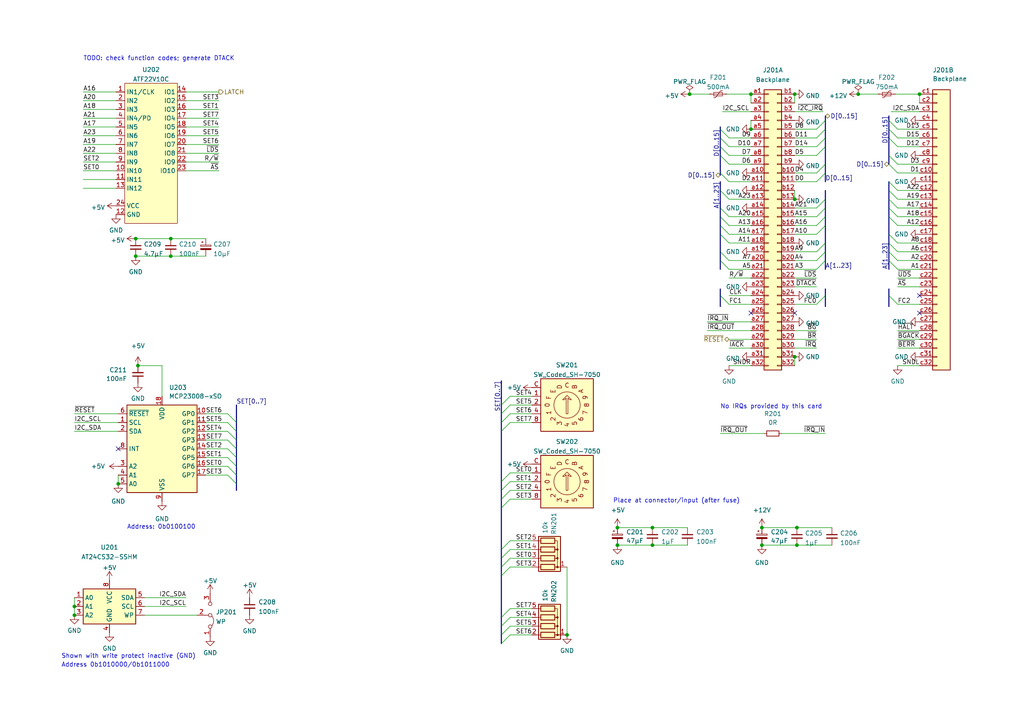
<source format=kicad_sch>
(kicad_sch (version 20211123) (generator eeschema)
  (paper "A4")
  (junction (at 217.805 27.305))
  (junction (at 231.14 153.035))
  (junction (at 189.23 158.115))
  (junction (at 200.025 27.305))
  (junction (at 248.92 27.305))
  (junction (at 179.07 158.115))
  (junction (at 21.59 175.895))
  (junction (at 40.005 106.045))
  (junction (at 230.505 27.305))
  (junction (at 231.14 158.115))
  (junction (at 220.98 158.115))
  (junction (at 179.07 153.035))
  (junction (at 34.29 140.335))
  (junction (at 39.37 69.215))
  (junction (at 220.98 153.035))
  (junction (at 21.59 178.435))
  (junction (at 230.505 57.785))
  (junction (at 39.37 74.295))
  (junction (at 164.465 184.15))
  (junction (at 217.805 37.465))
  (junction (at 266.7 27.305))
  (junction (at 189.23 153.035))
  (junction (at 49.53 74.295))
  (junction (at 230.505 103.505))
  (junction (at 49.53 69.215))
  (no_connect (at 266.7 90.805))
  (no_connect (at 266.7 85.725))
  (no_connect (at 217.805 90.805))
  (no_connect (at 230.505 90.805))
  (no_connect (at 34.29 130.175))
  (bus_entry (at 147.955 164.465) (size -2.54 2.54))
  (bus_entry (at 236.855 78.105) (size 2.54 -2.54))
  (bus_entry (at 208.915 37.465) (size 2.54 2.54))
  (bus_entry (at 208.915 67.945) (size 2.54 2.54))
  (bus_entry (at 239.395 85.725) (size -2.54 2.54))
  (bus_entry (at 236.855 65.405) (size 2.54 -2.54))
  (bus_entry (at 236.855 75.565) (size 2.54 -2.54))
  (bus_entry (at 236.855 40.005) (size 2.54 -2.54))
  (bus_entry (at 66.04 127.635) (size 2.54 2.54))
  (bus_entry (at 147.955 114.935) (size -2.54 2.54))
  (bus_entry (at 147.955 181.61) (size -2.54 2.54))
  (bus_entry (at 208.915 42.545) (size 2.54 2.54))
  (bus_entry (at 257.81 34.925) (size 2.54 2.54))
  (bus_entry (at 147.955 142.24) (size -2.54 2.54))
  (bus_entry (at 257.81 60.325) (size 2.54 2.54))
  (bus_entry (at 208.915 45.085) (size 2.54 2.54))
  (bus_entry (at 208.915 55.245) (size 2.54 2.54))
  (bus_entry (at 208.915 73.025) (size 2.54 2.54))
  (bus_entry (at 257.81 45.085) (size 2.54 2.54))
  (bus_entry (at 236.855 60.325) (size 2.54 -2.54))
  (bus_entry (at 147.955 117.475) (size -2.54 2.54))
  (bus_entry (at 66.04 135.255) (size 2.54 2.54))
  (bus_entry (at 257.81 62.865) (size 2.54 2.54))
  (bus_entry (at 208.915 50.165) (size 2.54 2.54))
  (bus_entry (at 257.81 57.785) (size 2.54 2.54))
  (bus_entry (at 257.81 73.025) (size 2.54 2.54))
  (bus_entry (at 236.855 67.945) (size 2.54 -2.54))
  (bus_entry (at 236.855 52.705) (size 2.54 -2.54))
  (bus_entry (at 208.915 40.005) (size 2.54 2.54))
  (bus_entry (at 208.915 85.725) (size 2.54 2.54))
  (bus_entry (at 257.81 37.465) (size 2.54 2.54))
  (bus_entry (at 147.955 137.16) (size -2.54 2.54))
  (bus_entry (at 236.855 50.165) (size 2.54 -2.54))
  (bus_entry (at 257.81 52.705) (size 2.54 2.54))
  (bus_entry (at 208.915 75.565) (size 2.54 2.54))
  (bus_entry (at 208.915 62.865) (size 2.54 2.54))
  (bus_entry (at 236.855 45.085) (size 2.54 -2.54))
  (bus_entry (at 236.855 42.545) (size 2.54 -2.54))
  (bus_entry (at 147.955 144.78) (size -2.54 2.54))
  (bus_entry (at 66.04 130.175) (size 2.54 2.54))
  (bus_entry (at 147.955 120.015) (size -2.54 2.54))
  (bus_entry (at 236.855 73.025) (size 2.54 -2.54))
  (bus_entry (at 257.81 47.625) (size 2.54 2.54))
  (bus_entry (at 66.04 137.795) (size 2.54 2.54))
  (bus_entry (at 236.855 62.865) (size 2.54 -2.54))
  (bus_entry (at 66.04 132.715) (size 2.54 2.54))
  (bus_entry (at 147.955 139.7) (size -2.54 2.54))
  (bus_entry (at 257.81 55.245) (size 2.54 2.54))
  (bus_entry (at 147.955 184.15) (size -2.54 2.54))
  (bus_entry (at 257.81 40.005) (size 2.54 2.54))
  (bus_entry (at 257.81 75.565) (size 2.54 2.54))
  (bus_entry (at 236.855 37.465) (size 2.54 -2.54))
  (bus_entry (at 147.955 176.53) (size -2.54 2.54))
  (bus_entry (at 66.04 125.095) (size 2.54 2.54))
  (bus_entry (at 208.915 65.405) (size 2.54 2.54))
  (bus_entry (at 257.81 85.725) (size 2.54 2.54))
  (bus_entry (at 147.955 179.07) (size -2.54 2.54))
  (bus_entry (at 147.955 161.925) (size -2.54 2.54))
  (bus_entry (at 147.955 159.385) (size -2.54 2.54))
  (bus_entry (at 208.915 60.325) (size 2.54 2.54))
  (bus_entry (at 147.955 156.845) (size -2.54 2.54))
  (bus_entry (at 66.04 122.555) (size 2.54 2.54))
  (bus_entry (at 257.81 70.485) (size 2.54 2.54))
  (bus_entry (at 147.955 122.555) (size -2.54 2.54))
  (bus_entry (at 257.81 67.945) (size 2.54 2.54))
  (bus_entry (at 66.04 120.015) (size 2.54 2.54))
  (wire (pts (xy 21.59 120.015) (xy 34.29 120.015)))
  (bus (pts (xy 208.915 52.705) (xy 208.915 55.245)))
  (wire (pts (xy 21.59 125.095) (xy 34.29 125.095)))
  (bus (pts (xy 257.81 33.655) (xy 257.81 34.925)))
  (wire (pts (xy 211.455 40.005) (xy 217.805 40.005)))
  (wire (pts (xy 230.505 88.265) (xy 236.855 88.265)))
  (bus (pts (xy 145.415 184.15) (xy 145.415 186.69)))
  (wire (pts (xy 230.505 67.945) (xy 236.855 67.945)))
  (wire (pts (xy 59.69 130.175) (xy 66.04 130.175)))
  (bus (pts (xy 208.915 65.405) (xy 208.915 67.945)))
  (wire (pts (xy 230.505 103.505) (xy 230.505 106.045)))
  (wire (pts (xy 24.13 41.91) (xy 33.655 41.91)))
  (wire (pts (xy 49.53 69.215) (xy 59.69 69.215)))
  (wire (pts (xy 260.35 60.325) (xy 266.7 60.325)))
  (bus (pts (xy 145.415 120.015) (xy 145.415 122.555)))
  (bus (pts (xy 239.395 62.865) (xy 239.395 65.405)))
  (wire (pts (xy 53.975 49.53) (xy 63.5 49.53)))
  (bus (pts (xy 68.58 127.635) (xy 68.58 130.175)))
  (bus (pts (xy 208.915 42.545) (xy 208.915 45.085)))
  (wire (pts (xy 53.975 34.29) (xy 63.5 34.29)))
  (wire (pts (xy 211.455 52.705) (xy 217.805 52.705)))
  (bus (pts (xy 208.915 36.83) (xy 208.915 37.465)))
  (wire (pts (xy 230.505 40.005) (xy 236.855 40.005)))
  (wire (pts (xy 230.505 75.565) (xy 236.855 75.565)))
  (bus (pts (xy 145.415 167.005) (xy 145.415 179.07)))
  (wire (pts (xy 41.91 178.435) (xy 57.15 178.435)))
  (bus (pts (xy 257.81 62.865) (xy 257.81 67.945)))
  (bus (pts (xy 208.915 85.725) (xy 208.915 88.9)))
  (bus (pts (xy 68.58 135.255) (xy 68.58 137.795)))
  (wire (pts (xy 230.505 50.165) (xy 236.855 50.165)))
  (bus (pts (xy 145.415 110.49) (xy 145.415 117.475)))
  (bus (pts (xy 239.395 65.405) (xy 239.395 70.485)))
  (bus (pts (xy 145.415 117.475) (xy 145.415 120.015)))
  (wire (pts (xy 260.35 75.565) (xy 266.7 75.565)))
  (wire (pts (xy 211.455 75.565) (xy 217.805 75.565)))
  (bus (pts (xy 257.81 52.705) (xy 257.81 55.245)))
  (wire (pts (xy 164.465 164.465) (xy 164.465 184.15)))
  (bus (pts (xy 208.915 60.325) (xy 208.915 62.865)))
  (bus (pts (xy 145.415 159.385) (xy 145.415 161.925)))
  (wire (pts (xy 230.505 78.105) (xy 236.855 78.105)))
  (wire (pts (xy 260.35 80.645) (xy 266.7 80.645)))
  (wire (pts (xy 59.69 127.635) (xy 66.04 127.635)))
  (bus (pts (xy 239.395 85.725) (xy 239.395 88.9)))
  (wire (pts (xy 179.07 153.035) (xy 189.23 153.035)))
  (wire (pts (xy 41.91 175.895) (xy 53.975 175.895)))
  (bus (pts (xy 208.915 40.005) (xy 208.915 42.545)))
  (bus (pts (xy 68.58 122.555) (xy 68.58 125.095)))
  (wire (pts (xy 154.305 181.61) (xy 147.955 181.61)))
  (bus (pts (xy 257.81 57.785) (xy 257.81 60.325)))
  (wire (pts (xy 24.13 31.75) (xy 33.655 31.75)))
  (bus (pts (xy 208.915 50.165) (xy 208.915 50.8)))
  (wire (pts (xy 211.455 85.725) (xy 217.805 85.725)))
  (wire (pts (xy 236.855 98.425) (xy 230.505 98.425)))
  (wire (pts (xy 24.13 36.83) (xy 33.655 36.83)))
  (wire (pts (xy 209.55 32.385) (xy 217.805 32.385)))
  (wire (pts (xy 260.35 106.045) (xy 266.7 106.045)))
  (bus (pts (xy 208.915 75.565) (xy 208.915 78.105)))
  (wire (pts (xy 231.14 158.115) (xy 241.3 158.115)))
  (wire (pts (xy 217.805 98.425) (xy 211.455 98.425)))
  (wire (pts (xy 154.305 144.78) (xy 147.955 144.78)))
  (wire (pts (xy 211.455 65.405) (xy 217.805 65.405)))
  (wire (pts (xy 260.35 57.785) (xy 266.7 57.785)))
  (bus (pts (xy 257.81 83.82) (xy 257.81 85.725)))
  (bus (pts (xy 208.915 83.82) (xy 208.915 85.725)))
  (wire (pts (xy 217.805 34.925) (xy 217.805 37.465)))
  (wire (pts (xy 217.805 27.305) (xy 217.805 29.845)))
  (wire (pts (xy 154.305 117.475) (xy 147.955 117.475)))
  (bus (pts (xy 208.915 67.945) (xy 208.915 73.025)))
  (wire (pts (xy 211.455 106.045) (xy 217.805 106.045)))
  (wire (pts (xy 260.35 65.405) (xy 266.7 65.405)))
  (wire (pts (xy 260.35 47.625) (xy 266.7 47.625)))
  (wire (pts (xy 248.92 27.305) (xy 254.635 27.305)))
  (wire (pts (xy 236.855 100.965) (xy 230.505 100.965)))
  (bus (pts (xy 239.395 40.005) (xy 239.395 42.545)))
  (bus (pts (xy 68.58 140.335) (xy 68.58 142.24)))
  (wire (pts (xy 230.505 42.545) (xy 236.855 42.545)))
  (wire (pts (xy 154.305 184.15) (xy 147.955 184.15)))
  (wire (pts (xy 53.975 36.83) (xy 63.5 36.83)))
  (wire (pts (xy 39.37 74.295) (xy 49.53 74.295)))
  (bus (pts (xy 239.395 70.485) (xy 239.395 73.025)))
  (bus (pts (xy 257.81 67.945) (xy 257.81 70.485)))
  (wire (pts (xy 24.13 39.37) (xy 33.655 39.37)))
  (wire (pts (xy 53.975 39.37) (xy 63.5 39.37)))
  (wire (pts (xy 154.305 142.24) (xy 147.955 142.24)))
  (wire (pts (xy 260.35 70.485) (xy 266.7 70.485)))
  (bus (pts (xy 145.415 147.32) (xy 145.415 159.385)))
  (wire (pts (xy 208.915 125.73) (xy 221.615 125.73)))
  (wire (pts (xy 211.455 45.085) (xy 217.805 45.085)))
  (bus (pts (xy 239.395 34.925) (xy 239.395 37.465)))
  (wire (pts (xy 24.13 54.61) (xy 33.655 54.61)))
  (wire (pts (xy 230.505 45.085) (xy 236.855 45.085)))
  (wire (pts (xy 230.505 52.705) (xy 236.855 52.705)))
  (bus (pts (xy 239.395 33.655) (xy 239.395 34.925)))
  (wire (pts (xy 211.455 67.945) (xy 217.805 67.945)))
  (wire (pts (xy 230.505 62.865) (xy 236.855 62.865)))
  (wire (pts (xy 266.7 95.885) (xy 260.35 95.885)))
  (bus (pts (xy 208.915 55.245) (xy 208.915 60.325)))
  (bus (pts (xy 68.58 137.795) (xy 68.58 140.335)))
  (wire (pts (xy 24.13 49.53) (xy 33.655 49.53)))
  (wire (pts (xy 21.59 173.355) (xy 21.59 175.895)))
  (wire (pts (xy 59.69 137.795) (xy 66.04 137.795)))
  (wire (pts (xy 24.13 52.07) (xy 33.655 52.07)))
  (wire (pts (xy 154.305 176.53) (xy 147.955 176.53)))
  (wire (pts (xy 260.35 83.185) (xy 266.7 83.185)))
  (bus (pts (xy 257.81 60.325) (xy 257.81 62.865)))
  (bus (pts (xy 68.58 122.555) (xy 68.58 117.475)))
  (wire (pts (xy 260.35 50.165) (xy 266.7 50.165)))
  (wire (pts (xy 49.53 74.295) (xy 59.69 74.295)))
  (bus (pts (xy 145.415 161.925) (xy 145.415 164.465)))
  (bus (pts (xy 208.915 73.025) (xy 208.915 75.565)))
  (wire (pts (xy 230.505 32.385) (xy 238.76 32.385)))
  (wire (pts (xy 53.975 46.99) (xy 63.5 46.99)))
  (wire (pts (xy 211.455 88.265) (xy 217.805 88.265)))
  (wire (pts (xy 210.82 27.305) (xy 217.805 27.305)))
  (bus (pts (xy 239.395 37.465) (xy 239.395 40.005)))
  (wire (pts (xy 24.13 29.21) (xy 33.655 29.21)))
  (wire (pts (xy 53.975 26.67) (xy 63.5 26.67)))
  (bus (pts (xy 257.81 34.925) (xy 257.81 37.465)))
  (wire (pts (xy 59.69 122.555) (xy 66.04 122.555)))
  (wire (pts (xy 211.455 70.485) (xy 217.805 70.485)))
  (wire (pts (xy 260.35 73.025) (xy 266.7 73.025)))
  (bus (pts (xy 68.58 130.175) (xy 68.58 132.715)))
  (wire (pts (xy 211.455 42.545) (xy 217.805 42.545)))
  (bus (pts (xy 239.395 55.245) (xy 239.395 57.785)))
  (wire (pts (xy 211.455 78.105) (xy 217.805 78.105)))
  (bus (pts (xy 239.395 50.165) (xy 239.395 52.705)))
  (wire (pts (xy 230.505 37.465) (xy 236.855 37.465)))
  (wire (pts (xy 260.35 88.265) (xy 266.7 88.265)))
  (wire (pts (xy 39.37 69.215) (xy 49.53 69.215)))
  (wire (pts (xy 53.975 41.91) (xy 63.5 41.91)))
  (bus (pts (xy 145.415 181.61) (xy 145.415 184.15)))
  (wire (pts (xy 220.98 153.035) (xy 231.14 153.035)))
  (wire (pts (xy 59.69 125.095) (xy 66.04 125.095)))
  (bus (pts (xy 208.915 45.085) (xy 208.915 50.165)))
  (wire (pts (xy 154.305 159.385) (xy 147.955 159.385)))
  (bus (pts (xy 145.415 122.555) (xy 145.415 125.095)))
  (wire (pts (xy 260.35 98.425) (xy 266.7 98.425)))
  (wire (pts (xy 260.35 40.005) (xy 266.7 40.005)))
  (bus (pts (xy 257.81 40.005) (xy 257.81 45.085)))
  (wire (pts (xy 230.505 65.405) (xy 236.855 65.405)))
  (wire (pts (xy 154.305 122.555) (xy 147.955 122.555)))
  (wire (pts (xy 211.455 80.645) (xy 217.805 80.645)))
  (wire (pts (xy 230.505 27.305) (xy 230.505 29.845)))
  (bus (pts (xy 257.81 73.025) (xy 257.81 75.565)))
  (bus (pts (xy 208.915 37.465) (xy 208.915 40.005)))
  (wire (pts (xy 34.29 137.795) (xy 34.29 140.335)))
  (wire (pts (xy 211.455 47.625) (xy 217.805 47.625)))
  (wire (pts (xy 189.23 153.035) (xy 199.39 153.035)))
  (wire (pts (xy 21.59 122.555) (xy 34.29 122.555)))
  (wire (pts (xy 24.13 26.67) (xy 33.655 26.67)))
  (wire (pts (xy 154.305 179.07) (xy 147.955 179.07)))
  (wire (pts (xy 59.69 132.715) (xy 66.04 132.715)))
  (wire (pts (xy 266.7 27.305) (xy 266.7 29.845)))
  (bus (pts (xy 239.395 42.545) (xy 239.395 47.625)))
  (wire (pts (xy 154.305 161.925) (xy 147.955 161.925)))
  (wire (pts (xy 189.23 158.115) (xy 199.39 158.115)))
  (wire (pts (xy 260.35 55.245) (xy 266.7 55.245)))
  (wire (pts (xy 154.305 164.465) (xy 147.955 164.465)))
  (bus (pts (xy 257.81 85.725) (xy 257.81 88.9)))
  (wire (pts (xy 211.455 57.785) (xy 217.805 57.785)))
  (wire (pts (xy 231.14 153.035) (xy 241.3 153.035)))
  (wire (pts (xy 230.505 60.325) (xy 236.855 60.325)))
  (wire (pts (xy 154.305 114.935) (xy 147.955 114.935)))
  (wire (pts (xy 154.305 139.7) (xy 147.955 139.7)))
  (bus (pts (xy 239.395 73.025) (xy 239.395 75.565)))
  (wire (pts (xy 154.305 156.845) (xy 147.955 156.845)))
  (wire (pts (xy 211.455 100.965) (xy 217.805 100.965)))
  (wire (pts (xy 205.105 93.345) (xy 217.805 93.345)))
  (bus (pts (xy 208.915 62.865) (xy 208.915 65.405)))
  (wire (pts (xy 53.975 29.21) (xy 63.5 29.21)))
  (wire (pts (xy 260.35 42.545) (xy 266.7 42.545)))
  (wire (pts (xy 205.105 95.885) (xy 217.805 95.885)))
  (bus (pts (xy 257.81 55.245) (xy 257.81 57.785)))
  (bus (pts (xy 257.81 45.085) (xy 257.81 47.625)))
  (bus (pts (xy 239.395 57.785) (xy 239.395 60.325)))
  (wire (pts (xy 236.855 83.185) (xy 230.505 83.185)))
  (bus (pts (xy 257.81 75.565) (xy 257.81 78.105)))
  (bus (pts (xy 239.395 83.82) (xy 239.395 85.725)))
  (wire (pts (xy 53.975 31.75) (xy 63.5 31.75)))
  (wire (pts (xy 258.445 32.385) (xy 266.7 32.385)))
  (wire (pts (xy 24.13 44.45) (xy 33.655 44.45)))
  (bus (pts (xy 145.415 125.095) (xy 145.415 139.7)))
  (wire (pts (xy 59.69 135.255) (xy 66.04 135.255)))
  (wire (pts (xy 259.715 27.305) (xy 266.7 27.305)))
  (wire (pts (xy 179.07 158.115) (xy 189.23 158.115)))
  (wire (pts (xy 200.025 27.305) (xy 205.74 27.305)))
  (wire (pts (xy 230.505 73.025) (xy 236.855 73.025)))
  (wire (pts (xy 53.975 44.45) (xy 63.5 44.45)))
  (wire (pts (xy 21.59 175.895) (xy 21.59 178.435)))
  (bus (pts (xy 145.415 144.78) (xy 145.415 147.32)))
  (bus (pts (xy 239.395 60.325) (xy 239.395 62.865)))
  (wire (pts (xy 211.455 62.865) (xy 217.805 62.865)))
  (bus (pts (xy 145.415 142.24) (xy 145.415 144.78)))
  (wire (pts (xy 220.98 158.115) (xy 231.14 158.115)))
  (wire (pts (xy 230.505 95.885) (xy 236.855 95.885)))
  (wire (pts (xy 46.99 106.045) (xy 40.005 106.045)))
  (bus (pts (xy 257.81 70.485) (xy 257.81 73.025)))
  (bus (pts (xy 68.58 125.095) (xy 68.58 127.635)))
  (wire (pts (xy 59.69 120.015) (xy 66.04 120.015)))
  (wire (pts (xy 239.395 125.73) (xy 226.695 125.73)))
  (wire (pts (xy 236.855 80.645) (xy 230.505 80.645)))
  (wire (pts (xy 260.35 78.105) (xy 266.7 78.105)))
  (bus (pts (xy 257.81 37.465) (xy 257.81 40.005)))
  (wire (pts (xy 154.305 120.015) (xy 147.955 120.015)))
  (wire (pts (xy 154.305 137.16) (xy 147.955 137.16)))
  (wire (pts (xy 260.35 37.465) (xy 266.7 37.465)))
  (wire (pts (xy 41.91 173.355) (xy 53.975 173.355)))
  (bus (pts (xy 145.415 164.465) (xy 145.415 167.005)))
  (bus (pts (xy 145.415 179.07) (xy 145.415 181.61)))
  (wire (pts (xy 266.7 100.965) (xy 260.35 100.965)))
  (wire (pts (xy 260.35 62.865) (xy 266.7 62.865)))
  (wire (pts (xy 24.13 34.29) (xy 33.655 34.29)))
  (bus (pts (xy 239.395 75.565) (xy 239.395 78.105)))
  (wire (pts (xy 24.13 46.99) (xy 33.655 46.99)))
  (bus (pts (xy 239.395 47.625) (xy 239.395 50.165)))
  (wire (pts (xy 46.99 106.045) (xy 46.99 114.935)))
  (bus (pts (xy 145.415 139.7) (xy 145.415 142.24)))
  (bus (pts (xy 68.58 132.715) (xy 68.58 135.255)))
  (wire (pts (xy 230.505 55.245) (xy 230.505 57.785)))
  (text "Shown with write protect inactive (GND)" (at 17.78 191.135 0) (effects (font (size 1.27 1.27)) (justify left bottom)))
  (text "Place at connector/input (after fuse)" (at 177.8 146.05 0) (effects (font (size 1.27 1.27)) (justify left bottom)))
  (text "No IRQs provided by this card" (at 208.915 118.745 0) (effects (font (size 1.27 1.27)) (justify left bottom)))
  (text "Address 0b1010000/0b1011000" (at 17.78 193.675 0) (effects (font (size 1.27 1.27)) (justify left bottom)))
  (text "TODO: check function codes; generate DTACK" (at 24.13 17.78 0) (effects (font (size 1.27 1.27)) (justify left bottom)))
  (text "Address: 0b0100100" (at 36.83 153.67 0) (effects (font (size 1.27 1.27)) (justify left bottom)))
  (label "A14" (at 217.805 67.945 180))
  (label "I2C_SCL" (at 209.55 32.385 0))
  (label "D3" (at 266.7 47.625 180))
  (label "SET3" (at 154.305 164.465 180))
  (label "A22" (at 266.7 55.245 180))
  (label "SET1" (at 59.69 132.715 0))
  (label "FC2" (at 260.35 88.265 0))
  (label "A15" (at 230.505 62.865 0))
  (label "A6" (at 266.7 73.025 180))
  (label "D7" (at 217.805 45.085 180))
  (label "A4" (at 230.505 75.565 0))
  (label "D[0..15]" (at 257.81 33.655 270))
  (label "D5" (at 230.505 45.085 0))
  (label "FC1" (at 211.455 88.265 0))
  (label "~{I2C_IRQ}" (at 238.76 32.385 180))
  (label "A23" (at 217.805 57.785 180))
  (label "D9" (at 217.805 40.005 180))
  (label "CLK" (at 211.455 85.725 0))
  (label "SET6" (at 154.305 120.015 180))
  (label "A21" (at 230.505 60.325 0))
  (label "A5" (at 217.805 78.105 180))
  (label "~{LDS}" (at 236.855 80.645 180))
  (label "SET5" (at 154.305 117.475 180))
  (label "A20" (at 24.13 29.21 0))
  (label "SET5" (at 154.305 181.61 180))
  (label "SET2" (at 154.305 142.24 180))
  (label "A21" (at 24.13 34.29 0))
  (label "A10" (at 230.505 67.945 0))
  (label "~{IRQ_OUT}" (at 208.915 125.73 0))
  (label "SET4" (at 154.305 179.07 180))
  (label "SET2" (at 154.305 156.845 180))
  (label "D[0..15]" (at 208.915 37.465 270))
  (label "SET2" (at 24.13 46.99 0))
  (label "D11" (at 230.505 40.005 0))
  (label "SET4" (at 63.5 36.83 180))
  (label "~{UDS}" (at 260.35 80.645 0))
  (label "SET3" (at 63.5 29.21 180))
  (label "SET[0..7]" (at 68.58 117.475 0))
  (label "I2C_SDA" (at 21.59 125.095 0))
  (label "D14" (at 230.505 42.545 0))
  (label "SET6" (at 63.5 41.91 180))
  (label "SET2" (at 59.69 130.175 0))
  (label "SET5" (at 59.69 122.555 0))
  (label "~{IRQ}" (at 236.855 100.965 180))
  (label "I2C_SCL" (at 21.59 122.555 0))
  (label "SET3" (at 59.69 137.795 0))
  (label "A18" (at 266.7 62.865 180))
  (label "R{slash}~{W}" (at 211.455 80.645 0))
  (label "D10" (at 217.805 42.545 180))
  (label "D8" (at 230.505 37.465 0))
  (label "~{IACK}" (at 211.455 100.965 0))
  (label "SET6" (at 154.305 184.15 180))
  (label "SET1" (at 154.305 159.385 180))
  (label "A17" (at 24.13 36.83 0))
  (label "~{BR}" (at 236.855 98.425 180))
  (label "D15" (at 266.7 40.005 180))
  (label "~{BG}" (at 236.855 95.885 180))
  (label "~{LDS}" (at 63.5 44.45 180))
  (label "A17" (at 266.7 60.325 180))
  (label "D[0..15]" (at 239.395 52.705 0))
  (label "A[1..23]" (at 257.81 78.105 90))
  (label "SET0" (at 154.305 161.925 180))
  (label "D13" (at 266.7 37.465 180))
  (label "SET4" (at 154.305 114.935 180))
  (label "A7" (at 217.805 75.565 180))
  (label "SET0" (at 59.69 135.255 0))
  (label "~{RESET}" (at 21.59 120.015 0))
  (label "A9" (at 230.505 73.025 0))
  (label "~{DTACK}" (at 236.855 83.185 180))
  (label "D6" (at 217.805 47.625 180))
  (label "A20" (at 217.805 62.865 180))
  (label "I2C_SDA" (at 266.7 32.385 180))
  (label "SET6" (at 59.69 120.015 0))
  (label "A19" (at 266.7 57.785 180))
  (label "A12" (at 266.7 65.405 180))
  (label "A8" (at 266.7 70.485 180))
  (label "SET0" (at 24.13 49.53 0))
  (label "D12" (at 266.7 42.545 180))
  (label "SET3" (at 154.305 144.78 180))
  (label "SET7" (at 154.305 122.555 180))
  (label "SET1" (at 63.5 31.75 180))
  (label "D1" (at 266.7 50.165 180))
  (label "D0" (at 230.505 52.705 0))
  (label "A[1..23]" (at 208.915 52.705 270))
  (label "SET4" (at 59.69 125.095 0))
  (label "A[1..23]" (at 239.395 78.105 0))
  (label "~{HALT}" (at 260.35 95.885 0))
  (label "~{IRQ_IN}" (at 205.105 93.345 0))
  (label "I2C_SDA" (at 53.975 173.355 180))
  (label "~{BGACK}" (at 260.35 98.425 0))
  (label "D2" (at 217.805 52.705 180))
  (label "A22" (at 24.13 44.45 0))
  (label "SET7" (at 63.5 34.29 180))
  (label "A18" (at 24.13 31.75 0))
  (label "SET7" (at 59.69 127.635 0))
  (label "~{AS}" (at 260.35 83.185 0))
  (label "SNDR" (at 217.805 106.045 180))
  (label "SET[0..7]" (at 145.415 110.49 270))
  (label "~{IRQ_IN}" (at 239.395 125.73 180))
  (label "SNDL" (at 266.7 106.045 180))
  (label "SET0" (at 154.305 137.16 180))
  (label "I2C_SCL" (at 53.975 175.895 180))
  (label "A3" (at 230.505 78.105 0))
  (label "SET7" (at 154.305 176.53 180))
  (label "~{BERR}" (at 260.35 100.965 0))
  (label "D4" (at 230.505 50.165 0))
  (label "R{slash}~{W}" (at 63.5 46.99 180))
  (label "A16" (at 24.13 26.67 0))
  (label "SET5" (at 63.5 39.37 180))
  (label "A16" (at 230.505 65.405 0))
  (label "~{AS}" (at 63.5 49.53 180))
  (label "~{IRQ_OUT}" (at 205.105 95.885 0))
  (label "SET1" (at 154.305 139.7 180))
  (label "A11" (at 217.805 70.485 180))
  (label "A23" (at 24.13 39.37 0))
  (label "A2" (at 266.7 75.565 180))
  (label "A19" (at 24.13 41.91 0))
  (label "A13" (at 217.805 65.405 180))
  (label "A1" (at 266.7 78.105 180))
  (label "FC0" (at 236.855 88.265 180))
  (hierarchical_label "LATCH" (shape output) (at 63.5 26.67 0))
  (hierarchical_label "D[0..15]" (shape bidirectional) (at 239.395 33.655 0))
  (hierarchical_label "~{RESET}" (shape bidirectional) (at 211.455 98.425 180))
  (hierarchical_label "D[0..15]" (shape bidirectional) (at 257.81 47.625 180))
  (hierarchical_label "D[0..15]" (shape bidirectional) (at 208.915 50.8 180))
  (symbol (lib_id "power:GND") (at 260.35 106.045 0) (unit 1)
    (property "Reference" "#PWR0221" (effects hide))
    (property "Value" "GND" (at 260.35 110.6075 0))
  )
  (symbol (lib_id "Device:C_Small") (at 199.39 155.575 0) (unit 1)
    (property "Reference" "C203" (at 201.93 154.305 0) (effects (justify left)))
    (property "Value" "100nF" (at 201.93 157.0801 0) (effects (justify left)))
    (property "Footprint" "Capacitor_SMD:C_0805_2012Metric" (effects hide))
  )
  (symbol (lib_id "Device:C_Small") (at 189.23 155.575 0) (unit 1)
    (property "Reference" "C202" (at 191.77 154.305 0) (effects (justify left)))
    (property "Value" "1µF" (at 191.77 157.0801 0) (effects (justify left)))
    (property "Footprint" "Capacitor_SMD:C_0805_2012Metric" (effects hide))
  )
  (symbol (lib_id "power:GND") (at 230.505 27.305 90) (unit 1)
    (property "Reference" "#PWR0214" (effects hide))
    (property "Value" "GND" (at 233.68 27.784 90) (effects (justify right)))
  )
  (symbol (lib_id "power:+5V") (at 34.29 135.255 90) (unit 1)
    (property "Reference" "#PWR0237" (effects hide))
    (property "Value" "+5V" (at 30.48 135.2549 90) (effects (justify left)))
  )
  (symbol (lib_id "Switch:SW_Coded_SH-7050") (at 164.465 117.475 0) (mirror y) (unit 1)
    (property "Reference" "SW201" (at 164.465 105.8885 0))
    (property "Value" "SW_Coded_SH-7050" (at 164.465 108.6636 0))
    (property "Footprint" "Button_Switch_THT:Nidec_Copal_SH-7010C" (effects hide))
    (property "Datasheet" "https://www.nidec-copal-electronics.com/e/catalog/switch/sh-7000.pdf" (effects hide))
    (property "MPN" "SH-7050MC" (effects hide))
  )
  (symbol (lib_id "power:GND") (at 220.98 158.115 0) (unit 1)
    (property "Reference" "#PWR0204" (effects hide))
    (property "Value" "GND" (at 220.98 163.195 0))
  )
  (symbol (lib_id "power:GND") (at 164.465 184.15 0) (mirror y) (unit 1)
    (property "Reference" "#PWR0235" (effects hide))
    (property "Value" "GND" (at 164.465 188.7125 0))
  )
  (symbol (lib_id "power:GND") (at 266.7 52.705 270) (unit 1)
    (property "Reference" "#PWR0225" (effects hide))
    (property "Value" "GND" (at 263.525 52.705 90) (effects (justify right)))
  )
  (symbol (lib_id "power:GND") (at 39.37 74.295 0) (unit 1)
    (property "Reference" "#PWR0232" (effects hide))
    (property "Value" "GND" (at 39.37 78.8574 0))
  )
  (symbol (lib_id "Device:C_Small") (at 49.53 71.755 0) (unit 1)
    (property "Reference" "C210" (at 51.8541 70.8465 0) (effects (justify left)))
    (property "Value" "100nF" (at 51.8541 73.6216 0) (effects (justify left)))
    (property "Footprint" "Capacitor_SMD:C_0805_2012Metric" (effects hide))
  )
  (symbol (lib_id "68komputer-common:Conn_03x32_Row_Letter_First") (at 274.32 65.405 0) (mirror y) (unit 2)
    (property "Reference" "J201" (at 270.51 20.32 0) (effects (justify right)))
    (property "Value" "Backplane" (at 270.51 22.86 0) (effects (justify right)))
    (property "Footprint" "Connector_DIN:DIN41612_R_3x32_Male_Horizontal_THT" (effects hide))
  )
  (symbol (lib_id "power:GND") (at 72.39 178.435 0) (unit 1)
    (property "Reference" "#PWR0109" (effects hide))
    (property "Value" "GND" (at 72.39 182.9974 0))
  )
  (symbol (lib_id "power:GND") (at 230.505 57.785 90) (unit 1)
    (property "Reference" "#PWR0217" (effects hide))
    (property "Value" "GND" (at 233.68 58.264 90) (effects (justify right)))
  )
  (symbol (lib_id "power:GND") (at 230.505 85.725 90) (unit 1)
    (property "Reference" "#PWR0219" (effects hide))
    (property "Value" "GND" (at 233.68 85.725 90) (effects (justify right)))
  )
  (symbol (lib_id "power:GND") (at 266.7 34.925 270) (unit 1)
    (property "Reference" "#PWR0223" (effects hide))
    (property "Value" "GND" (at 263.525 34.925 90) (effects (justify right)))
  )
  (symbol (lib_id "power:+5V") (at 60.96 172.085 0) (unit 1)
    (property "Reference" "#PWR0106" (effects hide))
    (property "Value" "+5V" (at 60.96 168.4805 0))
  )
  (symbol (lib_id "power:GND") (at 266.7 93.345 270) (unit 1)
    (property "Reference" "#PWR0227" (effects hide))
    (property "Value" "GND" (at 262.89 93.3449 90) (effects (justify right)))
  )
  (symbol (lib_id "power:GND") (at 230.505 34.925 90) (unit 1)
    (property "Reference" "#PWR0215" (effects hide))
    (property "Value" "GND" (at 233.68 35.404 90) (effects (justify right)))
  )
  (symbol (lib_id "power:+5V") (at 200.025 27.305 90) (unit 1)
    (property "Reference" "#PWR0206" (effects hide))
    (property "Value" "+5V" (at 196.85 27.784 90) (effects (justify left)))
  )
  (symbol (lib_id "Device:R_Network04") (at 159.385 159.385 270) (mirror x) (unit 1)
    (property "Reference" "RN201" (at 160.655 148.59 0) (effects (justify right)))
    (property "Value" "10k" (at 158.115 151.13 0) (effects (justify right)))
    (property "Footprint" "Resistor_THT:R_Array_SIP5" (effects hide))
    (property "Datasheet" "http://www.vishay.com/docs/31509/csc.pdf" (effects hide))
    (property "MPN" "4605X-101-103LF" (effects hide))
  )
  (symbol (lib_id "power:GND") (at 217.805 50.165 270) (unit 1)
    (property "Reference" "#PWR0208" (effects hide))
    (property "Value" "GND" (at 214.63 50.165 90) (effects (justify right)))
  )
  (symbol (lib_id "power:GND") (at 266.7 103.505 270) (unit 1)
    (property "Reference" "#PWR0228" (effects hide))
    (property "Value" "GND" (at 263.525 103.505 90) (effects (justify right)))
  )
  (symbol (lib_id "68komputer-common:ATF22V10C") (at 43.815 24.13 0) (unit 1)
    (property "Reference" "U202" (at 43.815 20.2143 0))
    (property "Value" "ATF22V10C" (at 43.815 22.9894 0))
    (property "Footprint" "Package_DIP:DIP-24_W7.62mm_Socket" (effects hide))
    (property "Datasheet" "https://www.microchip.com/content/dam/mchp/documents/OTH/ProductDocuments/DataSheets/doc0735.pdf" (effects hide))
  )
  (symbol (lib_id "Device:R_Small") (at 224.155 125.73 90) (unit 1)
    (property "Reference" "R201" (at 224.155 120.015 90))
    (property "Value" "0R" (at 224.155 122.555 90))
    (property "Footprint" "Resistor_SMD:R_0805_2012Metric" (effects hide))
    (property "MPN" "RC0805JR-100RL" (effects hide))
  )
  (symbol (lib_id "power:GND") (at 230.505 47.625 90) (unit 1)
    (property "Reference" "#PWR0216" (effects hide))
    (property "Value" "GND" (at 233.68 48.104 90) (effects (justify right)))
  )
  (symbol (lib_id "power:GND") (at 46.99 145.415 0) (unit 1)
    (property "Reference" "#PWR0241" (effects hide))
    (property "Value" "GND" (at 46.99 150.495 0))
  )
  (symbol (lib_id "power:GND") (at 21.59 178.435 0) (unit 1)
    (property "Reference" "#PWR0105" (effects hide))
    (property "Value" "GND" (at 21.59 182.88 0))
  )
  (symbol (lib_id "Interface_Expansion:MCP23008-xSO") (at 46.99 130.175 0) (unit 1)
    (property "Reference" "U203" (at 49.0094 112.395 0) (effects (justify left)))
    (property "Value" "MCP23008-xSO" (at 49.0094 114.935 0) (effects (justify left)))
    (property "Footprint" "Package_SO:SOIC-18W_7.5x11.6mm_P1.27mm" (effects hide))
    (property "Datasheet" "http://ww1.microchip.com/downloads/en/DeviceDoc/MCP23008-MCP23S08-Data-Sheet-20001919F.pdf" (effects hide))
  )
  (symbol (lib_id "Device:C_Small") (at 39.37 71.755 0) (unit 1)
    (property "Reference" "C209" (at 41.6941 70.8465 0) (effects (justify left)))
    (property "Value" "4.7µF" (at 41.6941 73.6216 0) (effects (justify left)))
    (property "Footprint" "Capacitor_SMD:C_0805_2012Metric" (effects hide))
  )
  (symbol (lib_id "power:+5V") (at 179.07 153.035 0) (unit 1)
    (property "Reference" "#PWR0201" (effects hide))
    (property "Value" "+5V" (at 177.165 147.955 0) (effects (justify left)))
  )
  (symbol (lib_id "Device:C_Small") (at 231.14 155.575 0) (unit 1)
    (property "Reference" "C205" (at 233.4641 154.6665 0) (effects (justify left)))
    (property "Value" "1µF" (at 233.4641 157.4416 0) (effects (justify left)))
    (property "Footprint" "Capacitor_SMD:C_0805_2012Metric" (effects hide))
  )
  (symbol (lib_id "Device:C_Polarized_Small") (at 59.69 71.755 0) (unit 1)
    (property "Reference" "C207" (at 61.849 70.8465 0) (effects (justify left)))
    (property "Value" "10µF" (at 61.849 73.6216 0) (effects (justify left)))
    (property "Footprint" "Capacitor_Tantalum_SMD:CP_EIA-3216-18_Kemet-A" (effects hide))
    (property "MPN" "TAJA106K016RNJV" (effects hide))
  )
  (symbol (lib_id "power:GND") (at 60.96 184.785 0) (unit 1)
    (property "Reference" "#PWR0107" (effects hide))
    (property "Value" "GND" (at 60.96 189.3474 0))
  )
  (symbol (lib_id "Jumper:Jumper_3_Bridged12") (at 60.96 178.435 270) (mirror x) (unit 1)
    (property "Reference" "JP201" (at 62.611 177.5265 90) (effects (justify left)))
    (property "Value" "WP" (at 62.611 180.3016 90) (effects (justify left)))
    (property "Footprint" "Jumper:SolderJumper-3_P1.3mm_Bridged2Bar12_Pad1.0x1.5mm" (effects hide))
  )
  (symbol (lib_id "Device:Polyfuse_Small") (at 208.28 27.305 90) (unit 1)
    (property "Reference" "F201" (at 208.28 22.4495 90))
    (property "Value" "500mA" (at 208.28 25.2246 90))
    (property "Footprint" "Fuse:Fuse_1812_4532Metric" (effects hide))
    (property "MPN" "0ZCG0050FF2C" (effects hide))
  )
  (symbol (lib_id "power:+5V") (at 31.75 168.275 0) (unit 1)
    (property "Reference" "#PWR0103" (effects hide))
    (property "Value" "+5V" (at 31.75 164.6705 0))
  )
  (symbol (lib_id "Switch:SW_Coded_SH-7050") (at 164.465 139.7 0) (mirror y) (unit 1)
    (property "Reference" "SW202" (at 164.465 128.1135 0))
    (property "Value" "SW_Coded_SH-7050" (at 164.465 130.8886 0))
    (property "Footprint" "Button_Switch_THT:Nidec_Copal_SH-7010C" (effects hide))
    (property "Datasheet" "https://www.nidec-copal-electronics.com/e/catalog/switch/sh-7000.pdf" (effects hide))
    (property "MPN" "SH-7050MC" (effects hide))
  )
  (symbol (lib_id "power:GND") (at 34.29 140.335 0) (unit 1)
    (property "Reference" "#PWR0238" (effects hide))
    (property "Value" "GND" (at 34.29 145.415 0))
  )
  (symbol (lib_id "power:GND") (at 211.455 106.045 0) (unit 1)
    (property "Reference" "#PWR0205" (effects hide))
    (property "Value" "GND" (at 211.455 110.6075 0))
  )
  (symbol (lib_id "power:GND") (at 217.805 37.465 270) (unit 1)
    (property "Reference" "#PWR0207" (effects hide))
    (property "Value" "GND" (at 214.63 37.465 90) (effects (justify right)))
  )
  (symbol (lib_id "power:+5V") (at 154.305 134.62 90) (mirror x) (unit 1)
    (property "Reference" "#PWR0234" (effects hide))
    (property "Value" "+5V" (at 151.13 134.62 90) (effects (justify left)))
  )
  (symbol (lib_id "power:+5V") (at 33.655 59.69 90) (unit 1)
    (property "Reference" "#PWR0229" (effects hide))
    (property "Value" "+5V" (at 30.4801 60.169 90) (effects (justify left)))
  )
  (symbol (lib_id "power:+5V") (at 154.305 112.395 90) (mirror x) (unit 1)
    (property "Reference" "#PWR0233" (effects hide))
    (property "Value" "+5V" (at 151.13 112.395 90) (effects (justify left)))
  )
  (symbol (lib_id "power:GND") (at 266.7 67.945 270) (unit 1)
    (property "Reference" "#PWR0226" (effects hide))
    (property "Value" "GND" (at 263.525 67.945 90) (effects (justify right)))
  )
  (symbol (lib_id "power:GND") (at 217.805 103.505 270) (unit 1)
    (property "Reference" "#PWR0213" (effects hide))
    (property "Value" "GND" (at 214.63 103.984 90) (effects (justify right)))
  )
  (symbol (lib_id "power:+12V") (at 248.92 27.305 90) (unit 1)
    (property "Reference" "#PWR0222" (effects hide))
    (property "Value" "+12V" (at 245.745 27.784 90) (effects (justify left)))
  )
  (symbol (lib_id "Memory_EEPROM:AT24CS32-SSHM") (at 31.75 175.895 0) (unit 1)
    (property "Reference" "U201" (at 31.75 158.75 0))
    (property "Value" "AT24CS32-SSHM" (at 31.75 161.5251 0))
    (property "Footprint" "Package_SO:SOIC-8_3.9x4.9mm_P1.27mm" (effects hide))
    (property "Datasheet" "http://ww1.microchip.com/downloads/en/DeviceDoc/Atmel-8869-SEEPROM-AT24CS32-Datasheet.pdf" (effects hide))
    (property "MPN" "AT24CS32-SSHM-T" (effects hide))
  )
  (symbol (lib_id "Device:C_Polarized_Small") (at 179.07 155.575 0) (unit 1)
    (property "Reference" "C201" (at 181.61 154.305 0) (effects (justify left)))
    (property "Value" "47µF" (at 181.61 156.845 0) (effects (justify left)))
    (property "Footprint" "Capacitor_SMD:CP_Elec_6.3x5.7" (effects hide))
    (property "MPN" "A768EB476M1ELAS042" (effects hide))
  )
  (symbol (lib_id "power:GND") (at 31.75 183.515 0) (unit 1)
    (property "Reference" "#PWR0104" (effects hide))
    (property "Value" "GND" (at 31.75 188.0774 0))
  )
  (symbol (lib_id "power:GND") (at 217.805 83.185 270) (unit 1)
    (property "Reference" "#PWR0212" (effects hide))
    (property "Value" "GND" (at 214.63 83.185 90) (effects (justify right)))
  )
  (symbol (lib_id "Device:C_Small") (at 40.005 108.585 0) (mirror x) (unit 1)
    (property "Reference" "C211" (at 36.83 107.3085 0) (effects (justify right)))
    (property "Value" "100nF" (at 36.83 109.8485 0) (effects (justify right)))
    (property "Footprint" "Capacitor_SMD:C_0805_2012Metric" (effects hide))
  )
  (symbol (lib_id "power:+12V") (at 220.98 153.035 0) (unit 1)
    (property "Reference" "#PWR0203" (effects hide))
    (property "Value" "+12V" (at 220.98 147.955 0))
  )
  (symbol (lib_id "power:GND") (at 266.7 45.085 270) (unit 1)
    (property "Reference" "#PWR0224" (effects hide))
    (property "Value" "GND" (at 263.525 45.085 90) (effects (justify right)))
  )
  (symbol (lib_id "power:GND") (at 230.505 103.505 90) (unit 1)
    (property "Reference" "#PWR0220" (effects hide))
    (property "Value" "GND" (at 233.68 103.505 90) (effects (justify right)))
  )
  (symbol (lib_id "power:GND") (at 230.505 93.345 90) (unit 1)
    (property "Reference" "#PWR0101" (effects hide))
    (property "Value" "GND" (at 233.68 93.824 90) (effects (justify right)))
  )
  (symbol (lib_id "Device:C_Small") (at 241.3 155.575 0) (unit 1)
    (property "Reference" "C206" (at 243.6241 154.6665 0) (effects (justify left)))
    (property "Value" "100nF" (at 243.6241 157.4416 0) (effects (justify left)))
    (property "Footprint" "Capacitor_SMD:C_0805_2012Metric" (effects hide))
  )
  (symbol (lib_id "68komputer-common:Conn_03x32_Row_Letter_First") (at 222.885 65.405 0) (unit 1)
    (property "Reference" "J201" (at 224.155 20.32 0))
    (property "Value" "Backplane" (at 224.155 23.0951 0))
    (property "Footprint" "Connector_DIN:DIN41612_R_3x32_Male_Horizontal_THT" (effects hide))
    (property "MPN" "86093967113H55ELF" (effects hide))
  )
  (symbol (lib_id "power:GND") (at 217.805 55.245 270) (unit 1)
    (property "Reference" "#PWR0209" (effects hide))
    (property "Value" "GND" (at 214.63 55.724 90) (effects (justify right)))
  )
  (symbol (lib_id "power:GND") (at 33.655 62.23 0) (unit 1)
    (property "Reference" "#PWR0230" (effects hide))
    (property "Value" "GND" (at 33.655 66.7925 0))
  )
  (symbol (lib_id "power:+5V") (at 39.37 69.215 90) (unit 1)
    (property "Reference" "#PWR0231" (effects hide))
    (property "Value" "+5V" (at 36.195 69.694 90) (effects (justify left)))
  )
  (symbol (lib_id "power:+5V") (at 40.005 106.045 0) (mirror y) (unit 1)
    (property "Reference" "#PWR0239" (effects hide))
    (property "Value" "+5V" (at 40.005 100.33 0))
  )
  (symbol (lib_id "Device:Polyfuse_Small") (at 257.175 27.305 90) (unit 1)
    (property "Reference" "F202" (at 257.175 22.4495 90))
    (property "Value" "750mA" (at 257.175 25.2246 90))
    (property "Footprint" "Fuse:Fuse_1812_4532Metric" (effects hide))
    (property "MPN" "0ZCG0075FF2C" (effects hide))
  )
  (symbol (lib_id "power:PWR_FLAG") (at 200.025 27.305 0) (unit 1)
    (property "Reference" "#FLG0102" (effects hide))
    (property "Value" "PWR_FLAG" (at 200.025 23.7005 0))
  )
  (symbol (lib_id "power:GND") (at 217.805 73.025 270) (unit 1)
    (property "Reference" "#PWR0211" (effects hide))
    (property "Value" "GND" (at 214.63 73.025 90) (effects (justify right)))
  )
  (symbol (lib_id "power:+5V") (at 72.39 173.355 0) (unit 1)
    (property "Reference" "#PWR0108" (effects hide))
    (property "Value" "+5V" (at 72.39 169.7505 0))
  )
  (symbol (lib_id "power:GND") (at 40.005 111.125 0) (unit 1)
    (property "Reference" "#PWR0240" (effects hide))
    (property "Value" "GND" (at 40.005 115.57 0))
  )
  (symbol (lib_id "Device:C_Small") (at 72.39 175.895 0) (unit 1)
    (property "Reference" "C208" (at 74.93 174.625 0) (effects (justify left)))
    (property "Value" "100nF" (at 74.93 177.4001 0) (effects (justify left)))
    (property "Footprint" "Capacitor_SMD:C_0805_2012Metric" (effects hide))
  )
  (symbol (lib_id "power:GND") (at 230.505 70.485 90) (unit 1)
    (property "Reference" "#PWR0218" (effects hide))
    (property "Value" "GND" (at 233.68 70.485 90) (effects (justify right)))
  )
  (symbol (lib_id "power:PWR_FLAG") (at 248.92 27.305 0) (unit 1)
    (property "Reference" "#FLG0101" (effects hide))
    (property "Value" "PWR_FLAG" (at 248.92 23.7005 0))
  )
  (symbol (lib_id "Device:C_Polarized_Small") (at 220.98 155.575 0) (unit 1)
    (property "Reference" "C204" (at 223.52 154.305 0) (effects (justify left)))
    (property "Value" "47µF" (at 223.52 156.845 0) (effects (justify left)))
    (property "Footprint" "Capacitor_SMD:CP_Elec_6.3x5.7" (effects hide))
    (property "MPN" "A768EB476M1ELAS042" (effects hide))
  )
  (symbol (lib_id "Device:R_Network04") (at 159.385 179.07 270) (mirror x) (unit 1)
    (property "Reference" "RN202" (at 160.655 168.275 0) (effects (justify right)))
    (property "Value" "10k" (at 158.115 170.815 0) (effects (justify right)))
    (property "Footprint" "Resistor_THT:R_Array_SIP5" (effects hide))
    (property "Datasheet" "http://www.vishay.com/docs/31509/csc.pdf" (effects hide))
    (property "MPN" "4605X-101-103LF" (effects hide))
  )
  (symbol (lib_id "power:GND") (at 179.07 158.115 0) (unit 1)
    (property "Reference" "#PWR0202" (effects hide))
    (property "Value" "GND" (at 179.07 163.195 0))
  )
  (symbol (lib_id "power:GND") (at 217.805 60.325 270) (unit 1)
    (property "Reference" "#PWR0210" (effects hide))
    (property "Value" "GND" (at 214.63 60.325 90) (effects (justify right)))
  )
)
</source>
